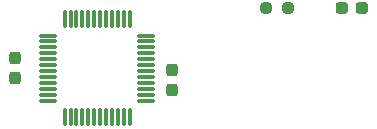
<source format=gbr>
%TF.GenerationSoftware,KiCad,Pcbnew,(6.0.6-0)*%
%TF.CreationDate,2022-10-10T02:33:12+09:00*%
%TF.ProjectId,A2E_Test,4132455f-5465-4737-942e-6b696361645f,rev?*%
%TF.SameCoordinates,Original*%
%TF.FileFunction,Paste,Top*%
%TF.FilePolarity,Positive*%
%FSLAX46Y46*%
G04 Gerber Fmt 4.6, Leading zero omitted, Abs format (unit mm)*
G04 Created by KiCad (PCBNEW (6.0.6-0)) date 2022-10-10 02:33:12*
%MOMM*%
%LPD*%
G01*
G04 APERTURE LIST*
G04 Aperture macros list*
%AMRoundRect*
0 Rectangle with rounded corners*
0 $1 Rounding radius*
0 $2 $3 $4 $5 $6 $7 $8 $9 X,Y pos of 4 corners*
0 Add a 4 corners polygon primitive as box body*
4,1,4,$2,$3,$4,$5,$6,$7,$8,$9,$2,$3,0*
0 Add four circle primitives for the rounded corners*
1,1,$1+$1,$2,$3*
1,1,$1+$1,$4,$5*
1,1,$1+$1,$6,$7*
1,1,$1+$1,$8,$9*
0 Add four rect primitives between the rounded corners*
20,1,$1+$1,$2,$3,$4,$5,0*
20,1,$1+$1,$4,$5,$6,$7,0*
20,1,$1+$1,$6,$7,$8,$9,0*
20,1,$1+$1,$8,$9,$2,$3,0*%
G04 Aperture macros list end*
%ADD10RoundRect,0.075000X0.662500X-0.075000X0.662500X0.075000X-0.662500X0.075000X-0.662500X-0.075000X0*%
%ADD11RoundRect,0.075000X0.075000X-0.662500X0.075000X0.662500X-0.075000X0.662500X-0.075000X-0.662500X0*%
%ADD12RoundRect,0.237500X0.250000X0.237500X-0.250000X0.237500X-0.250000X-0.237500X0.250000X-0.237500X0*%
%ADD13RoundRect,0.237500X-0.287500X-0.237500X0.287500X-0.237500X0.287500X0.237500X-0.287500X0.237500X0*%
%ADD14RoundRect,0.237500X-0.237500X0.300000X-0.237500X-0.300000X0.237500X-0.300000X0.237500X0.300000X0*%
%ADD15RoundRect,0.237500X0.237500X-0.300000X0.237500X0.300000X-0.237500X0.300000X-0.237500X-0.300000X0*%
G04 APERTURE END LIST*
D10*
%TO.C,U1*%
X124107500Y-139910000D03*
X124107500Y-139410000D03*
X124107500Y-138910000D03*
X124107500Y-138410000D03*
X124107500Y-137910000D03*
X124107500Y-137410000D03*
X124107500Y-136910000D03*
X124107500Y-136410000D03*
X124107500Y-135910000D03*
X124107500Y-135410000D03*
X124107500Y-134910000D03*
X124107500Y-134410000D03*
D11*
X125520000Y-132997500D03*
X126020000Y-132997500D03*
X126520000Y-132997500D03*
X127020000Y-132997500D03*
X127520000Y-132997500D03*
X128020000Y-132997500D03*
X128520000Y-132997500D03*
X129020000Y-132997500D03*
X129520000Y-132997500D03*
X130020000Y-132997500D03*
X130520000Y-132997500D03*
X131020000Y-132997500D03*
D10*
X132432500Y-134410000D03*
X132432500Y-134910000D03*
X132432500Y-135410000D03*
X132432500Y-135910000D03*
X132432500Y-136410000D03*
X132432500Y-136910000D03*
X132432500Y-137410000D03*
X132432500Y-137910000D03*
X132432500Y-138410000D03*
X132432500Y-138910000D03*
X132432500Y-139410000D03*
X132432500Y-139910000D03*
D11*
X131020000Y-141322500D03*
X130520000Y-141322500D03*
X130020000Y-141322500D03*
X129520000Y-141322500D03*
X129020000Y-141322500D03*
X128520000Y-141322500D03*
X128020000Y-141322500D03*
X127520000Y-141322500D03*
X127020000Y-141322500D03*
X126520000Y-141322500D03*
X126020000Y-141322500D03*
X125520000Y-141322500D03*
%TD*%
D12*
%TO.C,R1*%
X144422500Y-132080000D03*
X142597500Y-132080000D03*
%TD*%
D13*
%TO.C,D1*%
X148985000Y-132080000D03*
X150735000Y-132080000D03*
%TD*%
D14*
%TO.C,C2*%
X121285000Y-136297500D03*
X121285000Y-138022500D03*
%TD*%
D15*
%TO.C,C1*%
X134620000Y-139038500D03*
X134620000Y-137313500D03*
%TD*%
M02*

</source>
